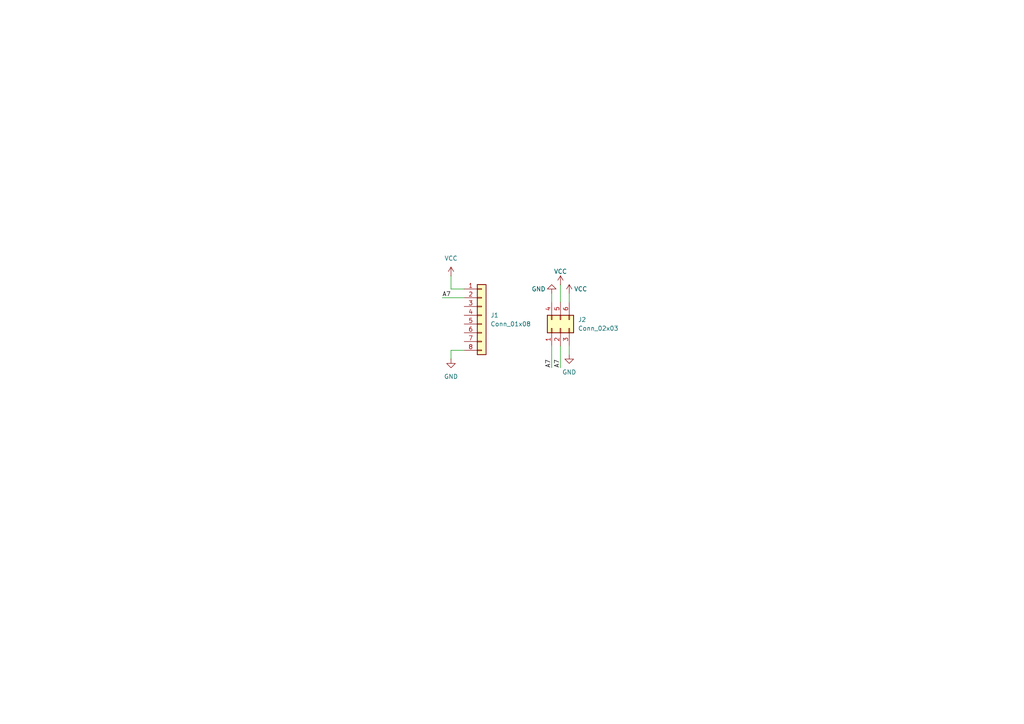
<source format=kicad_sch>
(kicad_sch (version 20250114) (generator "eeschema") (generator_version "9.0")
  (paper "A4")
  (lib_symbols
    (symbol "Connector_Generic:Conn_01x08" (pin_names (offset 1.016) (hide yes))
      (property "Reference" "J" (at 0 10.16 0))
      (property "Value" "Conn_01x08" (at 0 -12.7 0))
      (symbol "Conn_01x08_1_1"
        (rectangle (start -1.27 8.89) (end 1.27 -11.43) (stroke (width 0.254)) (fill (type background)))
        (rectangle (start -1.27 7.747) (end 0 7.493) (stroke (width 0.1524)))
        (rectangle (start -1.27 5.207) (end 0 4.953) (stroke (width 0.1524)))
        (rectangle (start -1.27 2.667) (end 0 2.413) (stroke (width 0.1524)))
        (rectangle (start -1.27 0.127) (end 0 -0.127) (stroke (width 0.1524)))
        (rectangle (start -1.27 -2.413) (end 0 -2.667) (stroke (width 0.1524)))
        (rectangle (start -1.27 -4.953) (end 0 -5.207) (stroke (width 0.1524)))
        (rectangle (start -1.27 -7.493) (end 0 -7.747) (stroke (width 0.1524)))
        (rectangle (start -1.27 -10.033) (end 0 -10.287) (stroke (width 0.1524)))
        (pin passive line (at -5.08 7.62 0) (length 3.81) (name "Pin_1") (number "1"))
        (pin passive line (at -5.08 5.08 0) (length 3.81) (name "Pin_2") (number "2"))
        (pin passive line (at -5.08 2.54 0) (length 3.81) (name "Pin_3") (number "3"))
        (pin passive line (at -5.08 0 0) (length 3.81) (name "Pin_4") (number "4"))
        (pin passive line (at -5.08 -2.54 0) (length 3.81) (name "Pin_5") (number "5"))
        (pin passive line (at -5.08 -5.08 0) (length 3.81) (name "Pin_6") (number "6"))
        (pin passive line (at -5.08 -7.62 0) (length 3.81) (name "Pin_7") (number "7"))
        (pin passive line (at -5.08 -10.16 0) (length 3.81) (name "Pin_8") (number "8"))
      )
    )
    (symbol "Connector_Generic:Conn_02x03_Top_Bottom" (pin_names (offset 1.016) (hide yes))
      (property "Reference" "J" (at 1.27 5.08 0))
      (property "Value" "Conn_02x03_Top_Bottom" (at 1.27 -5.08 0))
      (symbol "Conn_02x03_Top_Bottom_1_1"
        (rectangle (start -1.27 3.81) (end 3.81 -3.81) (stroke (width 0.254)) (fill (type background)))
        (rectangle (start -1.27 2.667) (end 0 2.413) (stroke (width 0.1524)))
        (rectangle (start -1.27 0.127) (end 0 -0.127) (stroke (width 0.1524)))
        (rectangle (start -1.27 -2.413) (end 0 -2.667) (stroke (width 0.1524)))
        (rectangle (start 3.81 2.667) (end 2.54 2.413) (stroke (width 0.1524)))
        (rectangle (start 3.81 0.127) (end 2.54 -0.127) (stroke (width 0.1524)))
        (rectangle (start 3.81 -2.413) (end 2.54 -2.667) (stroke (width 0.1524)))
        (pin passive line (at -5.08 2.54 0) (length 3.81) (name "Pin_1") (number "1"))
        (pin passive line (at -5.08 0 0) (length 3.81) (name "Pin_2") (number "2"))
        (pin passive line (at -5.08 -2.54 0) (length 3.81) (name "Pin_3") (number "3"))
        (pin passive line (at 7.62 2.54 180) (length 3.81) (name "Pin_4") (number "4"))
        (pin passive line (at 7.62 0 180) (length 3.81) (name "Pin_5") (number "5"))
        (pin passive line (at 7.62 -2.54 180) (length 3.81) (name "Pin_6") (number "6"))
      )
    )
    (symbol "power:GND" (power) (pin_numbers (hide yes)) (pin_names (offset 0) (hide yes))
      (property "Value" "GND" (at 0 -3.81 0))
      (symbol "GND_0_1"
        (polyline (pts (xy 0 0) (xy 0 -1.27) (xy 1.27 -1.27) (xy 0 -2.54) (xy -1.27 -1.27) (xy 0 -1.27)))
      )
      (symbol "GND_1_1"
        (pin power_in line (at 0 0 270) (length 0) (name "~") (number "1"))
      )
    )
    (symbol "power:VCC" (power) (pin_numbers (hide yes)) (pin_names (offset 0) (hide yes))
      (property "Value" "VCC" (at 0 3.556 0))
      (symbol "VCC_0_1"
        (polyline (pts (xy -0.762 1.27) (xy 0 2.54)))
        (polyline (pts (xy 0 2.54) (xy 0.762 1.27)))
        (polyline (pts (xy 0 0) (xy 0 2.54)))
      )
      (symbol "VCC_1_1"
        (pin power_in line (at 0 0 90) (length 0) (name "~") (number "1"))
      )
    )
  )
  (wire (pts (xy 130.81 80.01) (xy 130.81 83.82)))
  (wire (pts (xy 162.56 100.33) (xy 162.56 106.68)))
  (wire (pts (xy 165.1 87.63) (xy 165.1 85.09)))
  (wire (pts (xy 160.02 87.63) (xy 160.02 85.09)))
  (wire (pts (xy 130.81 104.14) (xy 130.81 101.6)))
  (wire (pts (xy 130.81 83.82) (xy 134.62 83.82)))
  (wire (pts (xy 165.1 100.33) (xy 165.1 102.87)))
  (wire (pts (xy 130.81 101.6) (xy 134.62 101.6)))
  (wire (pts (xy 160.02 100.33) (xy 160.02 106.68)))
  (wire (pts (xy 162.56 82.55) (xy 162.56 87.63)))
  (wire (pts (xy 128.27 86.36) (xy 134.62 86.36)))
  (label "A7" (at 160.02 106.68 90))
  (label "A7" (at 162.56 106.68 90))
  (label "A7" (at 128.27 86.36 0))
  (symbol (lib_id "power:GND") (at 130.81 104.14 0) (unit 1)
    (property "Reference" "#PWR02" (effects (hide yes)))
    (property "Value" "GND" (at 130.81 109.22 0))
    (property "Description" "Power symbol creates a global label with name \"GND\" , ground" (effects (hide yes)))
  )
  (symbol (lib_id "Connector_Generic:Conn_02x03_Top_Bottom") (at 162.56 95.25 90) (unit 1)
    (property "Reference" "J2" (at 167.64 92.7099 90) (effects (justify right)))
    (property "Value" "Conn_02x03" (at 167.64 95.2499 90) (effects (justify right)))
    (property "Footprint" "Connector_PinHeader_2.54mm:PinHeader_2x03_P2.54mm_Vertical" (effects (hide yes)))
    (property "Description" "Generic connector, double row, 02x03, top/bottom pin numbering scheme (row 1: 1...pins_per_row, row2: pins_per_row+1 ... num_pins), script generated (kicad-library-utils/schlib/autogen/connector/)" (effects (hide yes)))
  )
  (symbol (lib_id "power:GND") (at 165.1 102.87 0) (mirror y) (unit 1)
    (property "Reference" "#PWR013" (effects (hide yes)))
    (property "Value" "GND" (at 165.1 107.95 0))
    (property "Description" "Power symbol creates a global label with name \"GND\" , ground" (effects (hide yes)))
  )
  (symbol (lib_id "power:GND") (at 160.02 85.09 0) (mirror x) (unit 1)
    (property "Reference" "#PWR012" (effects (hide yes)))
    (property "Value" "GND" (at 156.21 83.82 0))
    (property "Description" "Power symbol creates a global label with name \"GND\" , ground" (effects (hide yes)))
  )
  (symbol (lib_id "Connector_Generic:Conn_01x08") (at 139.7 91.44 0) (unit 1)
    (property "Reference" "J1" (at 142.24 91.4399 0) (effects (justify left)))
    (property "Value" "Conn_01x08" (at 142.24 93.9799 0) (effects (justify left)))
    (property "Footprint" "Connector_PinHeader_2.54mm:PinHeader_1x08_P2.54mm_Vertical" (effects (hide yes)))
    (property "Description" "Generic connector, single row, 01x08, script generated (kicad-library-utils/schlib/autogen/connector/)" (effects (hide yes)))
  )
  (symbol (lib_id "power:VCC") (at 165.1 85.09 0) (unit 1)
    (property "Reference" "#PWR011" (effects (hide yes)))
    (property "Value" "VCC" (at 168.402 83.82 0))
    (property "Description" "Power symbol creates a global label with name \"VCC\"" (effects (hide yes)))
  )
  (symbol (lib_id "power:VCC") (at 162.56 82.55 0) (unit 1)
    (property "Reference" "#PWR014" (effects (hide yes)))
    (property "Value" "VCC" (at 162.56 78.74 0))
    (property "Description" "Power symbol creates a global label with name \"VCC\"" (effects (hide yes)))
  )
  (symbol (lib_id "power:VCC") (at 130.81 80.01 0) (unit 1)
    (property "Reference" "#PWR01" (effects (hide yes)))
    (property "Value" "VCC" (at 130.81 74.93 0))
    (property "Description" "Power symbol creates a global label with name \"VCC\"" (effects (hide yes)))
  )
)
</source>
